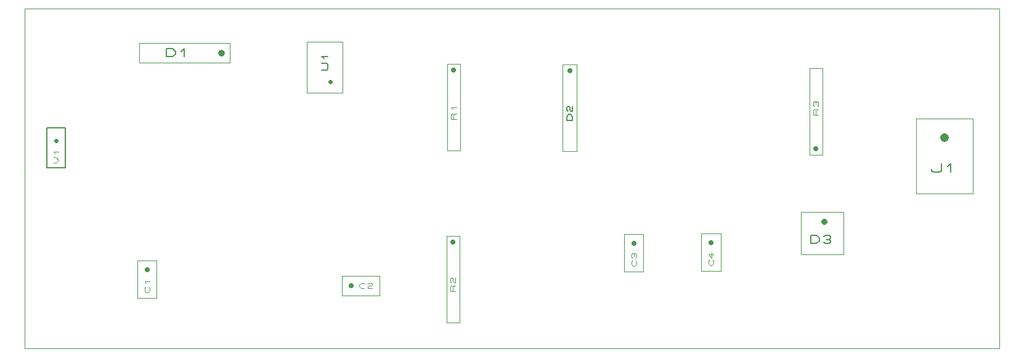
<source format=gbr>
G04 PROTEUS GERBER X2 FILE*
%TF.GenerationSoftware,Labcenter,Proteus,8.17-SP2-Build37159*%
%TF.CreationDate,2024-06-20T16:09:20+00:00*%
%TF.FileFunction,AssemblyDrawing,Top*%
%TF.FilePolarity,Positive*%
%TF.Part,Single*%
%TF.SameCoordinates,{d690fe0b-f5ba-4302-a425-257792fcdbd5}*%
%FSLAX45Y45*%
%MOMM*%
G01*
%TA.AperFunction,Profile*%
%ADD16C,0.101600*%
%TA.AperFunction,Material*%
%ADD19C,0.101600*%
%ADD26C,0.609600*%
%ADD27C,0.139700*%
%ADD28C,0.914400*%
%ADD29C,0.183130*%
%ADD72C,0.711200*%
%ADD73C,0.113450*%
%ADD30C,0.117340*%
%ADD31C,0.128010*%
%ADD32C,0.812800*%
%ADD33C,0.171190*%
%ADD34C,1.219200*%
%ADD35C,0.195070*%
%ADD71C,0.152400*%
%ADD36C,0.558800*%
%ADD37C,0.114270*%
%TD.AperFunction*%
D16*
X-6550000Y-1560000D02*
X+6840000Y-1560000D01*
X+6840000Y+3120000D01*
X-6550000Y+3120000D01*
X-6550000Y-1560000D01*
D19*
X-2672580Y+1962020D02*
X-2179820Y+1962020D01*
X-2179820Y+2657980D01*
X-2672580Y+2657980D01*
X-2672580Y+1962020D01*
D26*
X-2350000Y+2106800D02*
X-2350000Y+2106800D01*
D27*
X-2468110Y+2271900D02*
X-2398260Y+2271900D01*
X-2384290Y+2287616D01*
X-2384290Y+2350481D01*
X-2398260Y+2366197D01*
X-2468110Y+2366197D01*
X-2440170Y+2429062D02*
X-2468110Y+2460495D01*
X-2384290Y+2460495D01*
D19*
X-4980300Y+2370300D02*
X-3735700Y+2370300D01*
X-3735700Y+2647160D01*
X-4980300Y+2647160D01*
X-4980300Y+2370300D01*
D28*
X-3850000Y+2510000D02*
X-3850000Y+2510000D01*
D29*
X-4602830Y+2453789D02*
X-4602830Y+2563670D01*
X-4520420Y+2563670D01*
X-4479215Y+2527043D01*
X-4479215Y+2490416D01*
X-4520420Y+2453789D01*
X-4602830Y+2453789D01*
X-4396805Y+2527043D02*
X-4355600Y+2563670D01*
X-4355600Y+2453789D01*
D19*
X-5002080Y-867080D02*
X-4737920Y-867080D01*
X-4737920Y-348920D01*
X-5002080Y-348920D01*
X-5002080Y-867080D01*
D72*
X-4870000Y-481000D02*
X-4870000Y-481000D01*
D73*
X-4847309Y-717347D02*
X-4835964Y-730111D01*
X-4835964Y-768401D01*
X-4858655Y-793927D01*
X-4881345Y-793927D01*
X-4904036Y-768401D01*
X-4904036Y-730111D01*
X-4892691Y-717347D01*
X-4881345Y-666294D02*
X-4904036Y-640767D01*
X-4835964Y-640767D01*
D19*
X-2192080Y-832080D02*
X-1673920Y-832080D01*
X-1673920Y-567920D01*
X-2192080Y-567920D01*
X-2192080Y-832080D01*
D72*
X-2060000Y-700000D02*
X-2060000Y-700000D01*
D73*
X-1874707Y-722691D02*
X-1887471Y-734036D01*
X-1925761Y-734036D01*
X-1951287Y-711345D01*
X-1951287Y-688655D01*
X-1925761Y-665964D01*
X-1887471Y-665964D01*
X-1874707Y-677309D01*
X-1836417Y-677309D02*
X-1823654Y-665964D01*
X-1785364Y-665964D01*
X-1772600Y-677309D01*
X-1772600Y-688655D01*
X-1785364Y-700000D01*
X-1823654Y-700000D01*
X-1836417Y-711345D01*
X-1836417Y-734036D01*
X-1772600Y-734036D01*
D19*
X-743900Y+1165100D02*
X-566100Y+1165100D01*
X-566100Y+2358900D01*
X-743900Y+2358900D01*
X-743900Y+1165100D01*
D72*
X-655000Y+2270000D02*
X-655000Y+2270000D01*
D30*
X-619796Y+1594158D02*
X-690204Y+1594158D01*
X-690204Y+1660165D01*
X-678469Y+1673367D01*
X-666735Y+1673367D01*
X-655000Y+1660165D01*
X-655000Y+1594158D01*
X-655000Y+1660165D02*
X-643265Y+1673367D01*
X-619796Y+1673367D01*
X-666735Y+1726173D02*
X-690204Y+1752576D01*
X-619796Y+1752576D01*
D19*
X-753900Y-1204900D02*
X-576100Y-1204900D01*
X-576100Y-11100D01*
X-753900Y-11100D01*
X-753900Y-1204900D01*
D72*
X-665000Y-100000D02*
X-665000Y-100000D01*
D30*
X-629796Y-775842D02*
X-700204Y-775842D01*
X-700204Y-709835D01*
X-688469Y-696633D01*
X-676735Y-696633D01*
X-665000Y-709835D01*
X-665000Y-775842D01*
X-665000Y-709835D02*
X-653265Y-696633D01*
X-629796Y-696633D01*
X-688469Y-657029D02*
X-700204Y-643827D01*
X-700204Y-604223D01*
X-688469Y-591021D01*
X-676735Y-591021D01*
X-665000Y-604223D01*
X-665000Y-643827D01*
X-653265Y-657029D01*
X-629796Y-657029D01*
X-629796Y-591021D01*
D19*
X+843480Y+1155100D02*
X+1036520Y+1155100D01*
X+1036520Y+2348900D01*
X+843480Y+2348900D01*
X+843480Y+1155100D01*
D72*
X+940000Y+2260000D02*
X+940000Y+2260000D01*
D31*
X+978404Y+1574557D02*
X+901595Y+1574557D01*
X+901595Y+1632163D01*
X+927198Y+1660966D01*
X+952801Y+1660966D01*
X+978404Y+1632163D01*
X+978404Y+1574557D01*
X+914397Y+1704171D02*
X+901595Y+1718573D01*
X+901595Y+1761778D01*
X+914397Y+1776179D01*
X+927198Y+1776179D01*
X+940000Y+1761778D01*
X+940000Y+1718573D01*
X+952801Y+1704171D01*
X+978404Y+1704171D01*
X+978404Y+1776179D01*
D19*
X+1687920Y-506080D02*
X+1952080Y-506080D01*
X+1952080Y+12080D01*
X+1687920Y+12080D01*
X+1687920Y-506080D01*
D72*
X+1820000Y-120000D02*
X+1820000Y-120000D01*
D73*
X+1842691Y-356347D02*
X+1854036Y-369111D01*
X+1854036Y-407401D01*
X+1831345Y-432927D01*
X+1808655Y-432927D01*
X+1785964Y-407401D01*
X+1785964Y-369111D01*
X+1797309Y-356347D01*
X+1797309Y-318057D02*
X+1785964Y-305294D01*
X+1785964Y-267004D01*
X+1797309Y-254240D01*
X+1808655Y-254240D01*
X+1820000Y-267004D01*
X+1831345Y-254240D01*
X+1842691Y-254240D01*
X+1854036Y-267004D01*
X+1854036Y-305294D01*
X+1842691Y-318057D01*
X+1820000Y-292530D02*
X+1820000Y-267004D01*
D19*
X+2747920Y-496080D02*
X+3012080Y-496080D01*
X+3012080Y+22080D01*
X+2747920Y+22080D01*
X+2747920Y-496080D01*
D72*
X+2880000Y-110000D02*
X+2880000Y-110000D01*
D73*
X+2902691Y-346347D02*
X+2914036Y-359111D01*
X+2914036Y-397401D01*
X+2891345Y-422927D01*
X+2868655Y-422927D01*
X+2845964Y-397401D01*
X+2845964Y-359111D01*
X+2857309Y-346347D01*
X+2891345Y-244240D02*
X+2891345Y-320820D01*
X+2845964Y-269767D01*
X+2914036Y-269767D01*
D19*
X+4231100Y+1101100D02*
X+4408900Y+1101100D01*
X+4408900Y+2294900D01*
X+4231100Y+2294900D01*
X+4231100Y+1101100D01*
D72*
X+4320000Y+1190000D02*
X+4320000Y+1190000D01*
D30*
X+4355204Y+1654618D02*
X+4284796Y+1654618D01*
X+4284796Y+1720625D01*
X+4296531Y+1733827D01*
X+4308265Y+1733827D01*
X+4320000Y+1720625D01*
X+4320000Y+1654618D01*
X+4320000Y+1720625D02*
X+4331735Y+1733827D01*
X+4355204Y+1733827D01*
X+4296531Y+1773431D02*
X+4284796Y+1786633D01*
X+4284796Y+1826237D01*
X+4296531Y+1839439D01*
X+4308265Y+1839439D01*
X+4320000Y+1826237D01*
X+4331735Y+1839439D01*
X+4343469Y+1839439D01*
X+4355204Y+1826237D01*
X+4355204Y+1786633D01*
X+4343469Y+1773431D01*
X+4320000Y+1799834D02*
X+4320000Y+1826237D01*
D19*
X+4117420Y-265580D02*
X+4699080Y-265580D01*
X+4699080Y+316080D01*
X+4117420Y+316080D01*
X+4117420Y-265580D01*
D32*
X+4440000Y+184000D02*
X+4440000Y+184000D01*
D33*
X+4254174Y-112469D02*
X+4254174Y-9752D01*
X+4331212Y-9752D01*
X+4369731Y-43991D01*
X+4369731Y-78230D01*
X+4331212Y-112469D01*
X+4254174Y-112469D01*
X+4427509Y-26871D02*
X+4446769Y-9752D01*
X+4504547Y-9752D01*
X+4523807Y-26871D01*
X+4523807Y-43991D01*
X+4504547Y-61110D01*
X+4523807Y-78230D01*
X+4523807Y-95350D01*
X+4504547Y-112469D01*
X+4446769Y-112469D01*
X+4427509Y-95350D01*
X+4466028Y-61110D02*
X+4504547Y-61110D01*
D19*
X+5703920Y+572920D02*
X+6476080Y+572920D01*
X+6476080Y+1599080D01*
X+5703920Y+1599080D01*
X+5703920Y+572920D01*
D34*
X+6090000Y+1340000D02*
X+6090000Y+1340000D01*
D35*
X+5914436Y+906472D02*
X+5914436Y+886965D01*
X+5936381Y+867458D01*
X+6024163Y+867458D01*
X+6046109Y+886965D01*
X+6046109Y+984501D01*
X+6133891Y+945487D02*
X+6177782Y+984501D01*
X+6177782Y+867458D01*
D71*
X-5994600Y+1474320D02*
X-6246060Y+1474320D01*
X-6246060Y+925680D01*
X-5994600Y+925680D01*
X-5994600Y+1474320D01*
X-6246060Y+1474320D01*
X-6246060Y+925680D01*
X-5994600Y+925680D01*
X-5994600Y+1474320D01*
D36*
X-6120000Y+1300000D02*
X-6120000Y+1300000D01*
D37*
X-6154612Y+992214D02*
X-6120330Y+992214D01*
X-6086047Y+1030781D01*
X-6120330Y+1069348D01*
X-6154612Y+1069348D01*
X-6131757Y+1120771D02*
X-6154612Y+1146483D01*
X-6086047Y+1146483D01*
M02*

</source>
